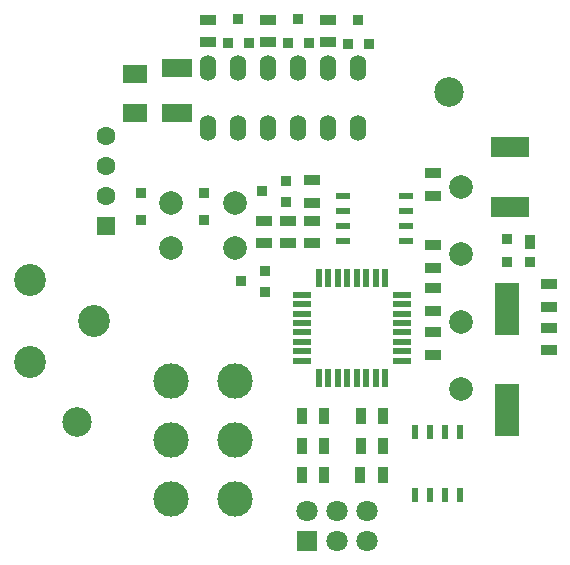
<source format=gbr>
G04 #@! TF.GenerationSoftware,KiCad,Pcbnew,no-vcs-found*
G04 #@! TF.CreationDate,2016-12-03T15:59:49+01:00*
G04 #@! TF.ProjectId,motor_switch_3pole,6D6F746F725F7377697463685F33706F,2*
G04 #@! TF.FileFunction,Soldermask,Bot*
G04 #@! TF.FilePolarity,Negative*
%FSLAX46Y46*%
G04 Gerber Fmt 4.6, Leading zero omitted, Abs format (unit mm)*
G04 Created by KiCad (PCBNEW no-vcs-found) date Sat Dec  3 15:59:49 2016*
%MOMM*%
%LPD*%
G01*
G04 APERTURE LIST*
%ADD10C,0.100000*%
%ADD11C,2.000000*%
%ADD12R,1.600000X0.550000*%
%ADD13R,0.550000X1.600000*%
%ADD14R,0.914400X0.914400*%
%ADD15R,0.508000X1.143000*%
%ADD16R,1.143000X0.508000*%
%ADD17C,3.000000*%
%ADD18R,1.600000X1.600000*%
%ADD19C,1.600000*%
%ADD20R,3.200400X1.780540*%
%ADD21R,1.800000X1.800000*%
%ADD22C,1.800000*%
%ADD23R,1.998980X4.500880*%
%ADD24R,1.397000X0.889000*%
%ADD25R,0.889000X1.397000*%
%ADD26R,2.499360X1.501140*%
%ADD27C,2.700000*%
%ADD28O,1.400000X2.200000*%
%ADD29R,0.850000X1.200000*%
%ADD30R,0.850000X0.850000*%
%ADD31C,0.850000*%
%ADD32C,2.500000*%
%ADD33R,2.032000X1.524000*%
G04 APERTURE END LIST*
D10*
D11*
X114985800Y-92075000D03*
X114985800Y-97790000D03*
X114985800Y-103505000D03*
X114985800Y-109220000D03*
D12*
X110041000Y-101200000D03*
X110041000Y-102000000D03*
X110041000Y-102800000D03*
X110041000Y-103600000D03*
X110041000Y-104400000D03*
X110041000Y-105200000D03*
X110041000Y-106000000D03*
X110041000Y-106800000D03*
D13*
X108591000Y-108250000D03*
X107791000Y-108250000D03*
X106991000Y-108250000D03*
X106191000Y-108250000D03*
X105391000Y-108250000D03*
X104591000Y-108250000D03*
X103791000Y-108250000D03*
X102991000Y-108250000D03*
D12*
X101541000Y-106800000D03*
X101541000Y-106000000D03*
X101541000Y-105200000D03*
X101541000Y-104400000D03*
X101541000Y-103600000D03*
X101541000Y-102800000D03*
X101541000Y-102000000D03*
X101541000Y-101200000D03*
D13*
X102991000Y-99750000D03*
X103791000Y-99750000D03*
X104591000Y-99750000D03*
X105391000Y-99750000D03*
X106191000Y-99750000D03*
X106991000Y-99750000D03*
X107791000Y-99750000D03*
X108591000Y-99750000D03*
D14*
X87884000Y-92549980D03*
X87884000Y-94902020D03*
X93218000Y-92549980D03*
X93218000Y-94902020D03*
D15*
X111095000Y-118167000D03*
X111095000Y-112833000D03*
X112365000Y-118167000D03*
X113635000Y-118167000D03*
X114905000Y-118167000D03*
X112365000Y-112833000D03*
X113635000Y-112833000D03*
X114905000Y-112833000D03*
D16*
X110363000Y-96647000D03*
X105029000Y-96647000D03*
X110363000Y-95377000D03*
X110363000Y-94107000D03*
X110363000Y-92837000D03*
X105029000Y-95377000D03*
X105029000Y-94107000D03*
X105029000Y-92837000D03*
D11*
X95885000Y-93472000D03*
X95885000Y-97222000D03*
D17*
X95885000Y-108472000D03*
X95885000Y-113472000D03*
X95885000Y-118472000D03*
D11*
X90424000Y-93472000D03*
X90424000Y-97222000D03*
D17*
X90424000Y-108472000D03*
X90424000Y-113472000D03*
X90424000Y-118472000D03*
D18*
X84963000Y-95377000D03*
D19*
X84963000Y-92837000D03*
X84963000Y-90297000D03*
X84963000Y-87757000D03*
D14*
X100203000Y-93345000D03*
X100203000Y-91567000D03*
X98171000Y-92456000D03*
X98425000Y-100965000D03*
X98425000Y-99187000D03*
X96393000Y-100076000D03*
D20*
X119126000Y-88734900D03*
X119126000Y-93738700D03*
D21*
X101981000Y-122047000D03*
D22*
X101981000Y-119507000D03*
X104521000Y-122047000D03*
X104521000Y-119507000D03*
X107061000Y-122047000D03*
X107061000Y-119507000D03*
D23*
X118935500Y-102435660D03*
X118935500Y-110934500D03*
D24*
X100330000Y-94932500D03*
X100330000Y-96837500D03*
X98298000Y-96837500D03*
X98298000Y-94932500D03*
X102362000Y-94932500D03*
X102362000Y-96837500D03*
X93599000Y-77914500D03*
X93599000Y-79819500D03*
X98679000Y-77914500D03*
X98679000Y-79819500D03*
X103759000Y-77914500D03*
X103759000Y-79819500D03*
D25*
X106547500Y-111500000D03*
X108452500Y-111500000D03*
X101547500Y-111500000D03*
X103452500Y-111500000D03*
X101547500Y-116500000D03*
X103452500Y-116500000D03*
X101547500Y-114000000D03*
X103452500Y-114000000D03*
X106547500Y-114000000D03*
X108452500Y-114000000D03*
D24*
X112649000Y-102552500D03*
X112649000Y-100647500D03*
X102362000Y-93408500D03*
X102362000Y-91503500D03*
X112649000Y-106299000D03*
X112649000Y-104394000D03*
D25*
X106500000Y-116500000D03*
X108405000Y-116500000D03*
D24*
X122428000Y-102235000D03*
X122428000Y-100330000D03*
X122428000Y-105918000D03*
X122428000Y-104013000D03*
X112649000Y-98933000D03*
X112649000Y-97028000D03*
X112649000Y-92837000D03*
X112649000Y-90932000D03*
D26*
X90932000Y-85852000D03*
X90932000Y-82042000D03*
D14*
X95250000Y-79883000D03*
X97028000Y-79883000D03*
X96139000Y-77851000D03*
X100330000Y-79883000D03*
X102108000Y-79883000D03*
X101219000Y-77851000D03*
X105410000Y-80010000D03*
X107188000Y-80010000D03*
X106299000Y-77978000D03*
D27*
X78486000Y-106934000D03*
X78486000Y-99934000D03*
X83986000Y-103434000D03*
D28*
X96139000Y-82042000D03*
X93599000Y-82042000D03*
X98679000Y-82042000D03*
X101219000Y-82042000D03*
X103759000Y-82042000D03*
X106299000Y-82042000D03*
X93599000Y-87122000D03*
X96139000Y-87122000D03*
X98679000Y-87122000D03*
X101219000Y-87122000D03*
X103759000Y-87122000D03*
X106299000Y-87122000D03*
D29*
X120838000Y-96702880D03*
D30*
X120838000Y-98422500D03*
X118938000Y-98422500D03*
D31*
X118938000Y-96522500D03*
D10*
G36*
X118513000Y-96097500D02*
X119363000Y-96097500D01*
X119363000Y-96947500D01*
X118513000Y-96947500D01*
X118513000Y-96097500D01*
X118513000Y-96097500D01*
G37*
D32*
X82500000Y-112000000D03*
X114000000Y-84000000D03*
D33*
X87376000Y-82550000D03*
X87376000Y-85852000D03*
M02*

</source>
